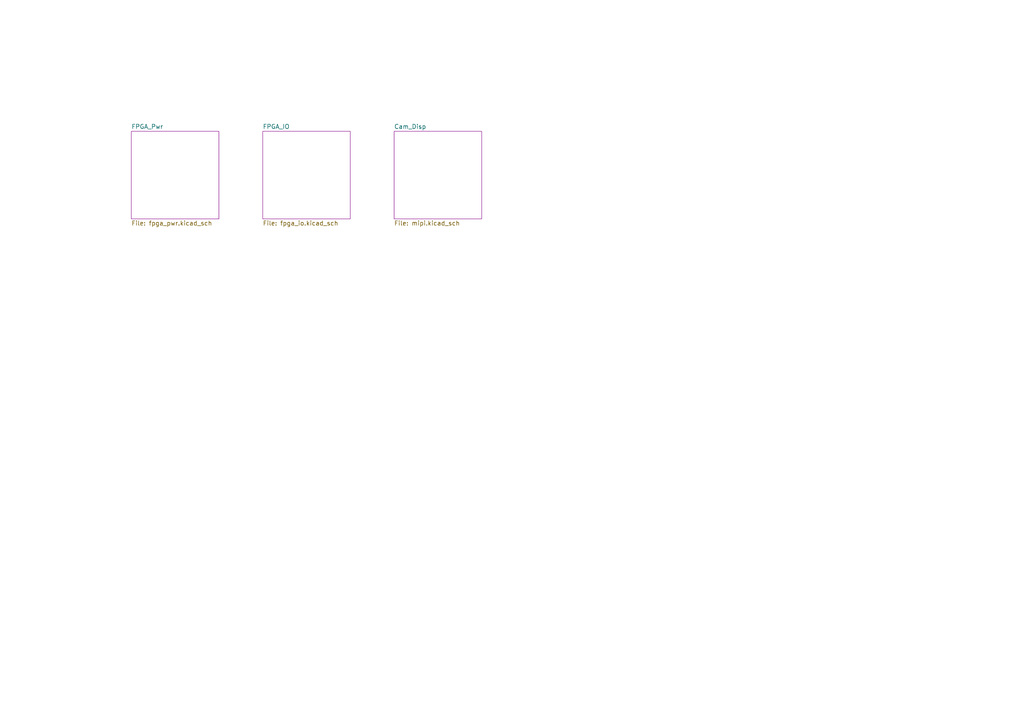
<source format=kicad_sch>
(kicad_sch (version 20210126) (generator eeschema)
  (paper "A4")
  (lib_symbols)
  (sheet (at 114.3 38.1) (size 25.4 25.4) (stroke (width 0.001) (color 132 0 132 1)) (fill (color 255 255 255 0.0000))
    (property "Sheet name" "Cam_Disp" (at 114.3 37.4641 0) (effects (justify left bottom)))
    (property "Sheet file" "mipi.kicad_sch" (at 114.3 64.0089 0) (effects (justify left top)))
  )
  (sheet (at 76.2 38.1) (size 25.4 25.4) (stroke (width 0.001) (color 132 0 132 1)) (fill (color 255 255 255 0.0000))
    (property "Sheet name" "FPGA_IO" (at 76.2 37.4641 0) (effects (justify left bottom)))
    (property "Sheet file" "fpga_io.kicad_sch" (at 76.2 64.0089 0) (effects (justify left top)))
  )
  (sheet (at 38.1 38.1) (size 25.4 25.4) (stroke (width 0.001) (color 132 0 132 1)) (fill (color 255 255 255 0.0000))
    (property "Sheet name" "FPGA_Pwr" (at 38.1 37.4641 0) (effects (justify left bottom)))
    (property "Sheet file" "fpga_pwr.kicad_sch" (at 38.1 64.0089 0) (effects (justify left top)))
  )
)
</source>
